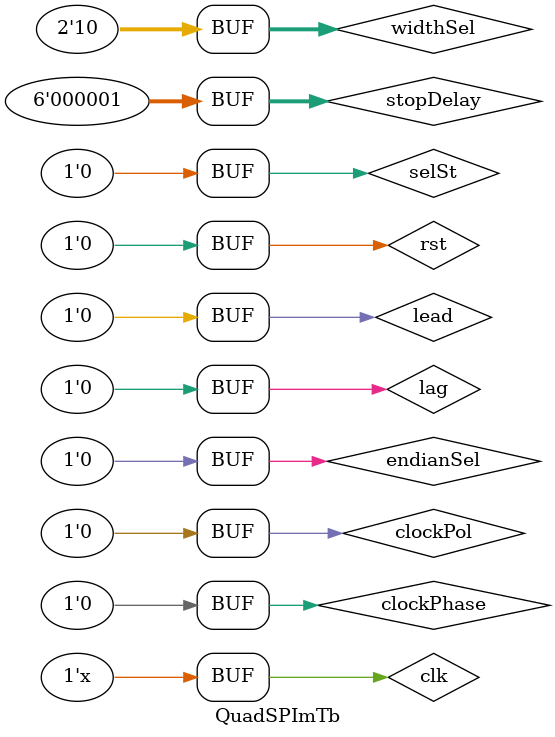
<source format=v>
`timescale 1ns / 1ps

module QuadSPImTb ();


parameter CLK_PERIOD = 8.13; // Clock period in ns

//================================================================================
//  REG/WIRE
//================================================================================
reg rst;
reg clk;

localparam [31:0] startData = 32'h01010101;
// localparam [31:0] startData = 32'h0A0B0C0D;

reg [31:0] data;
reg [31:0] dataS;

wire [1:0] widthSel  = 2'h2;
wire clockPol = 1'b0;
wire clockPhase = 1'b0;
wire endianSel = 1'b0;
wire lag = 1'b0;
wire lead = 1'b0;
wire [5:0] stopDelay = 6'h1;
wire selSt = 1'b0;
wire val;
wire valS;

reg [31:0] tbCnt;

wire start = (tbCnt>=100);
wire fifoEmpty = (tbCnt >= 199);

//================================================================================
//  ASSIGNMENTS
//================================================================================


//================================================================================
//  CODING
//================================================================================	

always #(CLK_PERIOD/2) clk = ~clk;

initial begin
	clk = 0;
	rst = 0;
	#40
	rst = 1;
	#100
	rst = 0;
end

always @(posedge clk) begin
	if (rst) begin
		tbCnt <= 0;
	end else begin
		tbCnt <= tbCnt+1;
	end
end

always @(posedge clk) begin
	if (rst) begin
		data <= startData;
	end else if (val) begin
		data <= data+32'h10;
	end
end

always @(posedge clk) begin
	if (rst) begin
		dataS <= 32'h0000000A;
	end else if (valS) begin
	// end else begin
		case(widthSel) 
			0:	begin
					dataS <= dataS+32'h10;
					// dataS <= 32'h0000000A;
				end
			1:	begin
					dataS <= dataS+32'h100;
					// dataS <= 32'h00000A0A;
				end
			2:	begin
					dataS <= dataS+32'h100;
					// dataS <= 32'h000A0A0A;
				end
			3:	begin
					dataS <= dataS+32'h100;
					// dataS <= 32'h0A0A0A0A;
				end
		endcase
	end
end

QuadSPIm QuadSPIm
(
	.Clk_i(clk),
	.Start_i(start),
	.Rst_i(rst),
	.EmptyFlag_i(fifoEmpty),
	.SpiData_i(dataS),
	.Sck_o(),
	.Ss_o(),
	.Mosi0_o(),
	.Mosi1_o(),
	.Mosi2_o(),
	.Mosi3_o(),
	.WidthSel_i(widthSel),
	.PulsePol_i(clockPol),
	.ClockPhase_i(clockPhase),
	.EndianSel_i(endianSel),
	.Lag_i(lag),
	.Lead_i(lead),
	.Stop_i(stopDelay),
	.SelSt_i(selSt),
	.Val_o(val)
);

SPIm Spi
(
    .Clk_i			(clk),
    .Rst_i			(rst),
    .Start_i		(start),
    .EmptyFlag_i	(fifoEmpty),
    .ClockPhase_i	(clockPhase),
    .SpiData_i		(dataS),
    .SelSt_i		(selSt),
    .WidthSel_i		(widthSel),
    .Lag_i			(lag),
    .Lead_i			(lead),
    .EndianSel_i	(endianSel),
    .Stop_i			(stopDelay),
    .PulsePol_i		(clockPol),


    .Mosi0_o		(),
    .Sck_o			(),
    .Ss_o			(),
    .Val_o			(valS)
);			
endmodule
</source>
